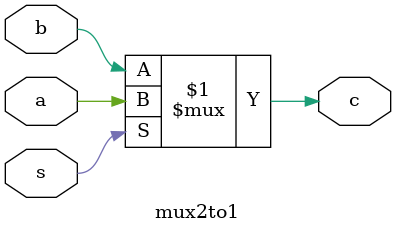
<source format=v>
module mux2to1(c, s, a,b);
    output c;
    input s,a,b;
    assign c = s ? a : b; // continous assignment
endmodule
</source>
